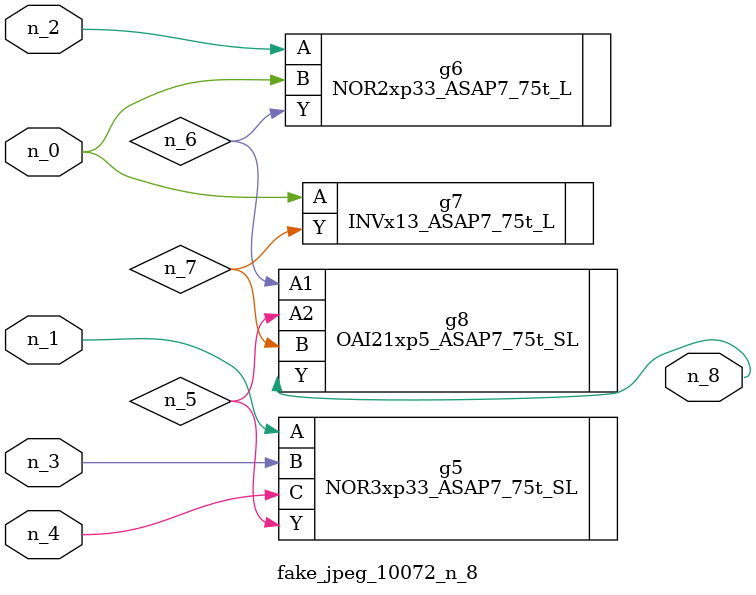
<source format=v>
module fake_jpeg_10072_n_8 (n_3, n_2, n_1, n_0, n_4, n_8);

input n_3;
input n_2;
input n_1;
input n_0;
input n_4;

output n_8;

wire n_6;
wire n_5;
wire n_7;

NOR3xp33_ASAP7_75t_SL g5 ( 
.A(n_1),
.B(n_3),
.C(n_4),
.Y(n_5)
);

NOR2xp33_ASAP7_75t_L g6 ( 
.A(n_2),
.B(n_0),
.Y(n_6)
);

INVx13_ASAP7_75t_L g7 ( 
.A(n_0),
.Y(n_7)
);

OAI21xp5_ASAP7_75t_SL g8 ( 
.A1(n_6),
.A2(n_5),
.B(n_7),
.Y(n_8)
);


endmodule
</source>
